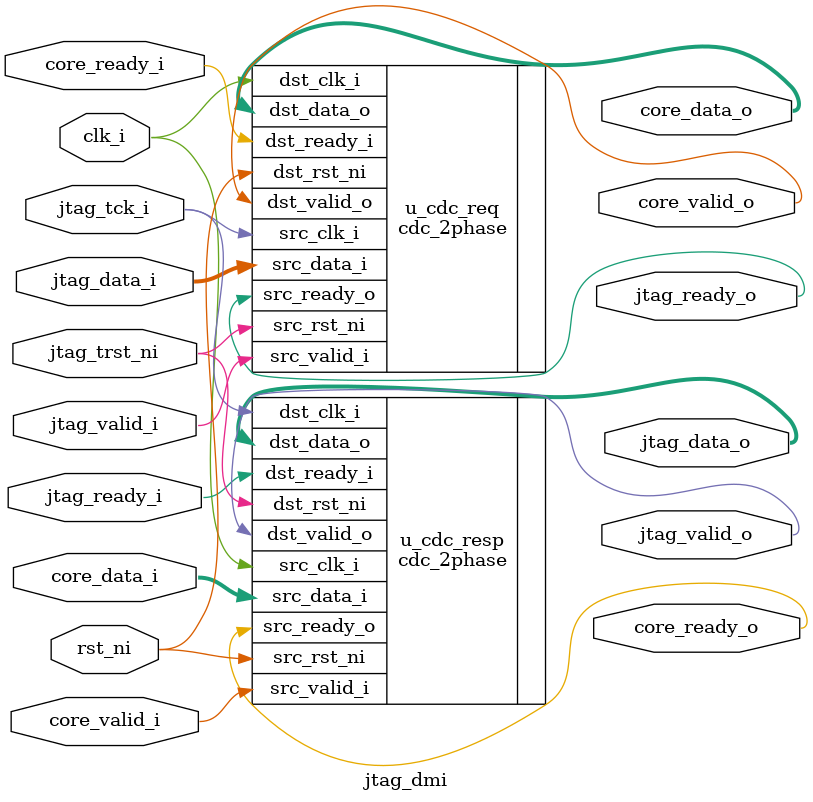
<source format=sv>
 /*                                                                      
 Copyright 2021 Blue Liang, liangkangnan@163.com
                                                                         
 Licensed under the Apache License, Version 2.0 (the "License");         
 you may not use this file except in compliance with the License.        
 You may obtain a copy of the License at                                 
                                                                         
     http://www.apache.org/licenses/LICENSE-2.0                          
                                                                         
 Unless required by applicable law or agreed to in writing, software    
 distributed under the License is distributed on an "AS IS" BASIS,       
 WITHOUT WARRANTIES OR CONDITIONS OF ANY KIND, either express or implied.
 See the License for the specific language governing permissions and     
 limitations under the License.                                          
 */


module jtag_dmi #(
    parameter DATA_WIDTH = 40
    )(

    // JTAG side(master side)
    input  wire                     jtag_tck_i,
    input  wire                     jtag_trst_ni,

    input  wire [DATA_WIDTH-1:0]    jtag_data_i,
    input  wire                     jtag_valid_i,
    output wire                     jtag_ready_o,

    output wire [DATA_WIDTH-1:0]    jtag_data_o,
    output wire                     jtag_valid_o,
    input  wire                     jtag_ready_i,

    // Core side(slave side)
    input  wire                     clk_i,
    input  wire                     rst_ni,

    input  wire [DATA_WIDTH-1:0]    core_data_i,
    input  wire                     core_valid_i,
    output wire                     core_ready_o,

    output wire [DATA_WIDTH-1:0]    core_data_o,
    output wire                     core_valid_o,
    input  wire                     core_ready_i

    );

    cdc_2phase #(.DATA_WIDTH(DATA_WIDTH)) u_cdc_req (
        .src_rst_ni  ( jtag_trst_ni     ),
        .src_clk_i   ( jtag_tck_i       ),
        .src_data_i  ( jtag_data_i      ),
        .src_valid_i ( jtag_valid_i     ),
        .src_ready_o ( jtag_ready_o     ),

        .dst_rst_ni  ( rst_ni           ),
        .dst_clk_i   ( clk_i            ),
        .dst_data_o  ( core_data_o      ),
        .dst_valid_o ( core_valid_o     ),
        .dst_ready_i ( core_ready_i     )
    );

    cdc_2phase #(.DATA_WIDTH(DATA_WIDTH)) u_cdc_resp (
        .src_rst_ni  ( rst_ni           ),
        .src_clk_i   ( clk_i            ),
        .src_data_i  ( core_data_i      ),
        .src_valid_i ( core_valid_i     ),
        .src_ready_o ( core_ready_o     ),

        .dst_rst_ni  ( jtag_trst_ni     ),
        .dst_clk_i   ( jtag_tck_i       ),
        .dst_data_o  ( jtag_data_o      ),
        .dst_valid_o ( jtag_valid_o     ),
        .dst_ready_i ( jtag_ready_i     )
    );

endmodule

</source>
